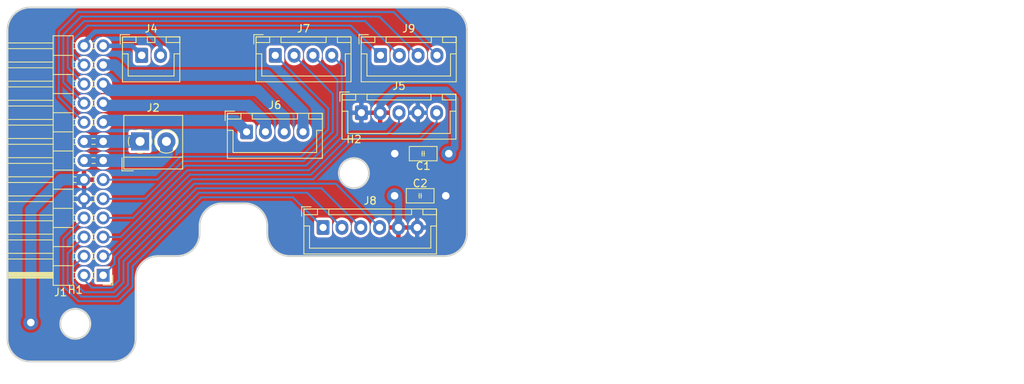
<source format=kicad_pcb>
(kicad_pcb (version 20221018) (generator pcbnew)
  (layers (0 "F.Cu" signal) (31 "B.Cu" signal) (34 "B.Paste" user) (35 "F.Paste" user) (36 "B.SilkS" user "B.Silkscreen") (37 "F.SilkS" user "F.Silkscreen") (38 "B.Mask" user) (39 "F.Mask" user) (44 "Edge.Cuts" user))
  (net 0 "")
  (net 1 "GND")
  (net 2 "+5V")
  (net 3 "/Heater")
  (net 4 "/1B")
  (net 5 "/2B")
  (net 6 "/1A")
  (net 7 "/2A")
  (net 8 "/VF1")
  (net 9 "/VF2")
  (net 10 "/SF1")
  (net 11 "/SF2")
  (net 12 "/PWM1")
  (net 13 "/PWM2")
  (net 14 "/OUT")
  (net 15 "/IN")
  (net 16 "/SDO")
  (net 17 "/CS")
  (net 18 "/SDA")
  (net 19 "/SCL")
  (net 20 "/VBB")
  (net 21 "/GF2")
  (net 22 "/GF1")
  (net 23 "/TherGND")
  (net 24 "/Ther")
  (footprint "Connector_JST:JST_XH_B4B-XH-A_1x04_P2.50mm_Vertical" (layer "F.Cu") (at 63.749999 54.509999)
    (fp_text reference "J6" (at 3.75 -3.55) (layer "F.SilkS"))
    (fp_text value "Stepper")
    (fp_line (start -2.85 -2.75) (end -2.85 -1.5) (stroke (width 0.12)) (layer "F.SilkS"))
    (fp_line (start -2.56 -2.46) (end -2.56 3.51) (stroke (width 0.12)) (layer "F.SilkS"))
    (fp_line (start -2.56 3.51) (end 10.06 3.51) (stroke (width 0.12)) (layer "F.SilkS"))
    (fp_line (start -2.55 -2.45) (end -2.55 -1.7) (stroke (width 0.12)) (layer "F.SilkS"))
    (fp_line (start -2.55 -1.7) (end -0.75 -1.7) (stroke (width 0.12)) (layer "F.SilkS"))
    (fp_line (start -2.55 -0.2) (end -1.8 -0.2) (stroke (width 0.12)) (layer "F.SilkS"))
    (fp_line (start -1.8 -0.2) (end -1.8 2.75) (stroke (width 0.12)) (layer "F.SilkS"))
    (fp_line (start -1.8 2.75) (end 3.75 2.75) (stroke (width 0.12)) (layer "F.SilkS"))
    (fp_line (start -1.6 -2.75) (end -2.85 -2.75) (stroke (width 0.12)) (layer "F.SilkS"))
    (fp_line (start -0.75 -2.45) (end -2.55 -2.45) (stroke (width 0.12)) (layer "F.SilkS"))
    (fp_line (start -0.75 -1.7) (end -0.75 -2.45) (stroke (width 0.12)) (layer "F.SilkS"))
    (fp_line (start 0.75 -2.45) (end 0.75 -1.7) (stroke (width 0.12)) (layer "F.SilkS"))
    (fp_line (start 0.75 -1.7) (end 6.75 -1.7) (stroke (width 0.12)) (layer "F.SilkS"))
    (fp_line (start 6.75 -2.45) (end 0.75 -2.45) (stroke (width 0.12)) (layer "F.SilkS"))
    (fp_line (start 6.75 -1.7) (end 6.75 -2.45) (stroke (width 0.12)) (layer "F.SilkS"))
    (fp_line (start 8.25 -2.45) (end 8.25 -1.7) (stroke (width 0.12)) (layer "F.SilkS"))
    (fp_line (start 8.25 -1.7) (end 10.05 -1.7) (stroke (width 0.12)) (layer "F.SilkS"))
    (fp_line (start 9.3 -0.2) (end 9.3 2.75) (stroke (width 0.12)) (layer "F.SilkS"))
    (fp_line (start 9.3 2.75) (end 3.75 2.75) (stroke (width 0.12)) (layer "F.SilkS"))
    (fp_line (start 10.05 -2.45) (end 8.25 -2.45) (stroke (width 0.12)) (layer "F.SilkS"))
    (fp_line (start 10.05 -1.7) (end 10.05 -2.45) (stroke (width 0.12)) (layer "F.SilkS"))
    (fp_line (start 10.05 -0.2) (end 9.3 -0.2) (stroke (width 0.12)) (layer "F.SilkS"))
    (fp_line (start 10.06 -2.46) (end -2.56 -2.46) (stroke (width 0.12)) (layer "F.SilkS"))
    (fp_line (start 10.06 3.51) (end 10.06 -2.46) (stroke (width 0.12)) (layer "F.SilkS"))
    (pad "1" thru_hole roundrect (at 0 0) (size 1.7 1.95) (drill 0.95) (layers "*.Cu" "*.Mask") (roundrect_rratio 0.1470588235) (net 6 "/1A"))
    (pad "2" thru_hole oval (at 2.5 0) (size 1.7 1.95) (drill 0.95) (layers "*.Cu" "*.Mask") (net 4 "/1B"))
    (pad "3" thru_hole oval (at 5 0) (size 1.7 1.95) (drill 0.95) (layers "*.Cu" "*.Mask") (net 7 "/2A"))
    (pad "4" thru_hole oval (at 7.5 0) (size 1.7 1.95) (drill 0.95) (layers "*.Cu" "*.Mask") (net 5 "/2B"))
  )
  (footprint "PCM_Capacitor_SMD_AKL:C_0805_2012Metric_Pad1.15x1.40mm_HandSolder" (layer "F.Cu") (at 87.199999 57.4 180)
    (fp_text reference "C1" (at 0 -1.65) (layer "F.SilkS"))
    (fp_text value "C")
    (fp_line (start -1.8415 -0.9525) (end -1.8415 -0.889) (stroke (width 0.12)) (layer "F.SilkS"))
    (fp_line (start -1.8415 -0.889) (end -1.8415 0.9525) (stroke (width 0.12)) (layer "F.SilkS"))
    (fp_line (start -1.8415 0.9525) (end 1.8415 0.9525) (stroke (width 0.12)) (layer "F.SilkS"))
    (fp_line (start -0.127 -0.3175) (end -0.127 0.3175) (stroke (width 0.12)) (layer "F.SilkS"))
    (fp_line (start -0.127 0) (end -0.1905 0) (stroke (width 0.12)) (layer "F.SilkS"))
    (fp_line (start 0.127 0) (end 0.1905 0) (stroke (width 0.12)) (layer "F.SilkS"))
    (fp_line (start 0.127 0.3175) (end 0.127 -0.3175) (stroke (width 0.12)) (layer "F.SilkS"))
    (fp_line (start 1.8415 -0.9525) (end -1.8415 -0.9525) (stroke (width 0.12)) (layer "F.SilkS"))
    (fp_line (start 1.8415 0.9525) (end 1.8415 -0.9525) (stroke (width 0.12)) (layer "F.SilkS"))
    (pad "1" smd roundrect (at -1.025 0 180) (size 1.15 1.4) (layers "F.Cu" "F.Paste" "F.Mask") (roundrect_rratio 0.2173913043) (net 2 "+5V"))
    (pad "2" smd roundrect (at 1.025 0 180) (size 1.15 1.4) (layers "F.Cu" "F.Paste" "F.Mask") (roundrect_rratio 0.2173913043) (net 1 "GND"))
  )
  (footprint "Connector_JST:JST_XH_B6B-XH-A_1x06_P2.50mm_Vertical" (layer "F.Cu") (at 73.909999 67.209999)
    (fp_text reference "J8" (at 6.25 -3.55) (layer "F.SilkS"))
    (fp_text value "ADXL345")
    (fp_line (start -2.85 -2.75) (end -2.85 -1.5) (stroke (width 0.12)) (layer "F.SilkS"))
    (fp_line (start -2.56 -2.46) (end -2.56 3.51) (stroke (width 0.12)) (layer "F.SilkS"))
    (fp_line (start -2.56 3.51) (end 15.06 3.51) (stroke (width 0.12)) (layer "F.SilkS"))
    (fp_line (start -2.55 -2.45) (end -2.55 -1.7) (stroke (width 0.12)) (layer "F.SilkS"))
    (fp_line (start -2.55 -1.7) (end -0.75 -1.7) (stroke (width 0.12)) (layer "F.SilkS"))
    (fp_line (start -2.55 -0.2) (end -1.8 -0.2) (stroke (width 0.12)) (layer "F.SilkS"))
    (fp_line (start -1.8 -0.2) (end -1.8 2.75) (stroke (width 0.12)) (layer "F.SilkS"))
    (fp_line (start -1.8 2.75) (end 6.25 2.75) (stroke (width 0.12)) (layer "F.SilkS"))
    (fp_line (start -1.6 -2.75) (end -2.85 -2.75) (stroke (width 0.12)) (layer "F.SilkS"))
    (fp_line (start -0.75 -2.45) (end -2.55 -2.45) (stroke (width 0.12)) (layer "F.SilkS"))
    (fp_line (start -0.75 -1.7) (end -0.75 -2.45) (stroke (width 0.12)) (layer "F.SilkS"))
    (fp_line (start 0.75 -2.45) (end 0.75 -1.7) (stroke (width 0.12)) (layer "F.SilkS"))
    (fp_line (start 0.75 -1.7) (end 11.75 -1.7) (stroke (width 0.12)) (layer "F.SilkS"))
    (fp_line (start 11.75 -2.45) (end 0.75 -2.45) (stroke (width 0.12)) (layer "F.SilkS"))
    (fp_line (start 11.75 -1.7) (end 11.75 -2.45) (stroke (width 0.12)) (layer "F.SilkS"))
    (fp_line (start 13.25 -2.45) (end 13.25 -1.7) (stroke (width 0.12)) (layer "F.SilkS"))
    (fp_line (start 13.25 -1.7) (end 15.05 -1.7) (stroke (width 0.12)) (layer "F.SilkS"))
    (fp_line (start 14.3 -0.2) (end 14.3 2.75) (stroke (width 0.12)) (layer "F.SilkS"))
    (fp_line (start 14.3 2.75) (end 6.25 2.75) (stroke (width 0.12)) (layer "F.SilkS"))
    (fp_line (start 15.05 -2.45) (end 13.25 -2.45) (stroke (width 0.12)) (layer "F.SilkS"))
    (fp_line (start 15.05 -1.7) (end 15.05 -2.45) (stroke (width 0.12)) (layer "F.SilkS"))
    (fp_line (start 15.05 -0.2) (end 14.3 -0.2) (stroke (width 0.12)) (layer "F.SilkS"))
    (fp_line (start 15.06 -2.46) (end -2.56 -2.46) (stroke (width 0.12)) (layer "F.SilkS"))
    (fp_line (start 15.06 3.51) (end 15.06 -2.46) (stroke (width 0.12)) (layer "F.SilkS"))
    (pad "1" thru_hole roundrect (at 0 0) (size 1.7 1.95) (drill 0.95) (layers "*.Cu" "*.Mask") (roundrect_rratio 0.1470588235) (net 19 "/SCL"))
    (pad "2" thru_hole oval (at 2.5 0) (size 1.7 1.95) (drill 0.95) (layers "*.Cu" "*.Mask") (net 18 "/SDA"))
    (pad "3" thru_hole oval (at 5 0) (size 1.7 1.95) (drill 0.95) (layers "*.Cu" "*.Mask") (net 16 "/SDO"))
    (pad "4" thru_hole oval (at 7.5 0) (size 1.7 1.95) (drill 0.95) (layers "*.Cu" "*.Mask") (net 17 "/CS"))
    (pad "5" thru_hole oval (at 10 0) (size 1.7 1.95) (drill 0.95) (layers "*.Cu" "*.Mask") (net 2 "+5V"))
    (pad "6" thru_hole oval (at 12.5 0) (size 1.7 1.95) (drill 0.95) (layers "*.Cu" "*.Mask") (net 1 "GND"))
  )
  (footprint "Connector_JST:JST_XH_B4B-XH-A_1x04_P2.50mm_Vertical" (layer "F.Cu") (at 81.529999 44.35)
    (fp_text reference "J9" (at 3.75 -3.55) (layer "F.SilkS"))
    (fp_text value "Fan_2")
    (fp_line (start -2.85 -2.75) (end -2.85 -1.5) (stroke (width 0.12)) (layer "F.SilkS"))
    (fp_line (start -2.56 -2.46) (end -2.56 3.51) (stroke (width 0.12)) (layer "F.SilkS"))
    (fp_line (start -2.56 3.51) (end 10.06 3.51) (stroke (width 0.12)) (layer "F.SilkS"))
    (fp_line (start -2.55 -2.45) (end -2.55 -1.7) (stroke (width 0.12)) (layer "F.SilkS"))
    (fp_line (start -2.55 -1.7) (end -0.75 -1.7) (stroke (width 0.12)) (layer "F.SilkS"))
    (fp_line (start -2.55 -0.2) (end -1.8 -0.2) (stroke (width 0.12)) (layer "F.SilkS"))
    (fp_line (start -1.8 -0.2) (end -1.8 2.75) (stroke (width 0.12)) (layer "F.SilkS"))
    (fp_line (start -1.8 2.75) (end 3.75 2.75) (stroke (width 0.12)) (layer "F.SilkS"))
    (fp_line (start -1.6 -2.75) (end -2.85 -2.75) (stroke (width 0.12)) (layer "F.SilkS"))
    (fp_line (start -0.75 -2.45) (end -2.55 -2.45) (stroke (width 0.12)) (layer "F.SilkS"))
    (fp_line (start -0.75 -1.7) (end -0.75 -2.45) (stroke (width 0.12)) (layer "F.SilkS"))
    (fp_line (start 0.75 -2.45) (end 0.75 -1.7) (stroke (width 0.12)) (layer "F.SilkS"))
    (fp_line (start 0.75 -1.7) (end 6.75 -1.7) (stroke (width 0.12)) (layer "F.SilkS"))
    (fp_line (start 6.75 -2.45) (end 0.75 -2.45) (stroke (width 0.12)) (layer "F.SilkS"))
    (fp_line (start 6.75 -1.7) (end 6.75 -2.45) (stroke (width 0.12)) (layer "F.SilkS"))
    (fp_line (start 8.25 -2.45) (end 8.25 -1.7) (stroke (width 0.12)) (layer "F.SilkS"))
    (fp_line (start 8.25 -1.7) (end 10.05 -1.7) (stroke (width 0.12)) (layer "F.SilkS"))
    (fp_line (start 9.3 -0.2) (end 9.3 2.75) (stroke (width 0.12)) (layer "F.SilkS"))
    (fp_line (start 9.3 2.75) (end 3.75 2.75) (stroke (width 0.12)) (layer "F.SilkS"))
    (fp_line (start 10.05 -2.45) (end 8.25 -2.45) (stroke (width 0.12)) (layer "F.SilkS"))
    (fp_line (start 10.05 -1.7) (end 10.05 -2.45) (stroke (width 0.12)) (layer "F.SilkS"))
    (fp_line (start 10.05 -0.2) (end 9.3 -0.2) (stroke (width 0.12)) (layer "F.SilkS"))
    (fp_line (start 10.06 -2.46) (end -2.56 -2.46) (stroke (width 0.12)) (layer "F.SilkS"))
    (fp_line (start 10.06 3.51) (end 10.06 -2.46) (stroke (width 0.12)) (layer "F.SilkS"))
    (pad "1" thru_hole roundrect (at 0 0) (size 1.7 1.95) (drill 0.95) (layers "*.Cu" "*.Mask") (roundrect_rratio 0.1470588235) (net 13 "/PWM2"))
    (pad "2" thru_hole oval (at 2.5 0) (size 1.7 1.95) (drill 0.95) (layers "*.Cu" "*.Mask") (net 11 "/SF2"))
    (pad "3" thru_hole oval (at 5 0) (size 1.7 1.95) (drill 0.95) (layers "*.Cu" "*.Mask") (net 9 "/VF2"))
    (pad "4" thru_hole oval (at 7.5 0) (size 1.7 1.95) (drill 0.95) (layers "*.Cu" "*.Mask") (net 21 "/GF2"))
  )
  (footprint "Connector_PinHeader_2.54mm:PinHeader_2x13_P2.54mm_Horizontal" (layer "F.Cu") (at 44.699999 73.559999 180)
    (fp_text reference "J1" (at 5.655 -2.27 180) (layer "F.SilkS"))
    (fp_text value "Main_Header")
    (fp_line (start -1.27 -1.27) (end 0 -1.27) (stroke (width 0.12)) (layer "F.SilkS"))
    (fp_line (start -1.27 0) (end -1.27 -1.27) (stroke (width 0.12)) (layer "F.SilkS"))
    (fp_line (start 1.042929 2.16) (end 1.497071 2.16) (stroke (width 0.12)) (layer "F.SilkS"))
    (fp_line (start 1.042929 2.92) (end 1.497071 2.92) (stroke (width 0.12)) (layer "F.SilkS"))
    (fp_line (start 1.042929 4.7) (end 1.497071 4.7) (stroke (width 0.12)) (layer "F.SilkS"))
    (fp_line (start 1.042929 5.46) (end 1.497071 5.46) (stroke (width 0.12)) (layer "F.SilkS"))
    (fp_line (start 1.042929 7.24) (end 1.497071 7.24) (stroke (width 0.12)) (layer "F.SilkS"))
    (fp_line (start 1.042929 8) (end 1.497071 8) (stroke (width 0.12)) (layer "F.SilkS"))
    (fp_line (start 1.042929 9.78) (end 1.497071 9.78) (stroke (width 0.12)) (layer "F.SilkS"))
    (fp_line (start 1.042929 10.54) (end 1.497071 10.54) (stroke (width 0.12)) (layer "F.SilkS"))
    (fp_line (start 1.042929 12.32) (end 1.497071 12.32) (stroke (width 0.12)) (layer "F.SilkS"))
    (fp_line (start 1.042929 13.08) (end 1.497071 13.08) (stroke (width 0.12)) (layer "F.SilkS"))
    (fp_line (start 1.042929 14.86) (end 1.497071 14.86) (stroke (width 0.12)) (layer "F.SilkS"))
    (fp_line (start 1.042929 15.62) (end 1.497071 15.62) (stroke (width 0.12)) (layer "F.SilkS"))
    (fp_line (start 1.042929 17.4) (end 1.497071 17.4) (stroke (width 0.12)) (layer "F.SilkS"))
    (fp_line (start 1.042929 18.16) (end 1.497071 18.16) (stroke (width 0.12)) (layer "F.SilkS"))
    (fp_line (start 1.042929 19.94) (end 1.497071 19.94) (stroke (width 0.12)) (layer "F.SilkS"))
    (fp_line (start 1.042929 20.7) (end 1.497071 20.7) (stroke (width 0.12)) (layer "F.SilkS"))
    (fp_line (start 1.042929 22.48) (end 1.497071 22.48) (stroke (width 0.12)) (layer "F.SilkS"))
    (fp_line (start 1.042929 23.24) (end 1.497071 23.24) (stroke (width 0.12)) (layer "F.SilkS"))
    (fp_line (start 1.042929 25.02) (end 1.497071 25.02) (stroke (width 0.12)) (layer "F.SilkS"))
    (fp_line (start 1.042929 25.78) (end 1.497071 25.78) (stroke (width 0.12)) (layer "F.SilkS"))
    (fp_line (start 1.042929 27.56) (end 1.497071 27.56) (stroke (width 0.12)) (layer "F.SilkS"))
    (fp_line (start 1.042929 28.32) (end 1.497071 28.32) (stroke (width 0.12)) (layer "F.SilkS"))
    (fp_line (start 1.042929 30.1) (end 1.497071 30.1) (stroke (width 0.12)) (layer "F.SilkS"))
    (fp_line (start 1.042929 30.86) (end 1.497071 30.86) (stroke (width 0.12)) (layer "F.SilkS"))
    (fp_line (start 1.11 -0.38) (end 1.497071 -0.38) (stroke (width 0.12)) (layer "F.SilkS"))
    (fp_line (start 1.11 0.38) (end 1.497071 0.38) (stroke (width 0.12)) (layer "F.SilkS"))
    (fp_line (start 3.582929 -0.38) (end 3.98 -0.38) (stroke (width 0.12)) (layer "F.SilkS"))
    (fp_line (start 3.582929 0.38) (end 3.98 0.38) (stroke (width 0.12)) (layer "F.SilkS"))
    (fp_line (start 3.582929 2.16) (end 3.98 2.16) (stroke (width 0.12)) (layer "F.SilkS"))
    (fp_line (start 3.582929 2.92) (end 3.98 2.92) (stroke (width 0.12)) (layer "F.SilkS"))
    (fp_line (start 3.582929 4.7) (end 3.98 4.7) (stroke (width 0.12)) (layer "F.SilkS"))
    (fp_line (start 3.582929 5.46) (end 3.98 5.46) (stroke (width 0.12)) (layer "F.SilkS"))
    (fp_line (start 3.582929 7.24) (end 3.98 7.24) (stroke (width 0.12)) (layer "F.SilkS"))
    (fp_line (start 3.582929 8) (end 3.98 8) (stroke (width 0.12)) (layer "F.SilkS"))
    (fp_line (start 3.582929 9.78) (end 3.98 9.78) (stroke (width 0.12)) (layer "F.SilkS"))
    (fp_line (start 3.582929 10.54) (end 3.98 10.54) (stroke (width 0.12)) (layer "F.SilkS"))
    (fp_line (start 3.582929 12.32) (end 3.98 12.32) (stroke (width 0.12)) (layer "F.SilkS"))
    (fp_line (start 3.582929 13.08) (end 3.98 13.08) (stroke (width 0.12)) (layer "F.SilkS"))
    (fp_line (start 3.582929 14.86) (end 3.98 14.86) (stroke (width 0.12)) (layer "F.SilkS"))
    (fp_line (start 3.582929 15.62) (end 3.98 15.62) (stroke (width 0.12)) (layer "F.SilkS"))
    (fp_line (start 3.582929 17.4) (end 3.98 17.4) (stroke (width 0.12)) (layer "F.SilkS"))
    (fp_line (start 3.582929 18.16) (end 3.98 18.16) (stroke (width 0.12)) (layer "F.SilkS"))
    (fp_line (start 3.582929 19.94) (end 3.98 19.94) (stroke (width 0.12)) (layer "F.SilkS"))
    (fp_line (start 3.582929 20.7) (end 3.98 20.7) (stroke (width 0.12)) (layer "F.SilkS"))
    (fp_line (start 3.582929 22.48) (end 3.98 22.48) (stroke (width 0.12)) (layer "F.SilkS"))
    (fp_line (start 3.582929 23.24) (end 3.98 23.24) (stroke (width 0.12)) (layer "F.SilkS"))
    (fp_line (start 3.582929 25.02) (end 3.98 25.02) (stroke (width 0.12)) (layer "F.SilkS"))
    (fp_line (start 3.582929 25.78) (end 3.98 25.78) (stroke (width 0.12)) (layer "F.SilkS"))
    (fp_line (start 3.582929 27.56) (end 3.98 27.56) (stroke (width 0.12)) (layer "F.SilkS"))
    (fp_line (start 3.582929 28.32) (end 3.98 28.32) (stroke (width 0.12)) (layer "F.SilkS"))
    (fp_line (start 3.582929 30.1) (end 3.98 30.1) (stroke (width 0.12)) (layer "F.SilkS"))
    (fp_line (start 3.582929 30.86) (end 3.98 30.86) (stroke (width 0.12)) (layer "F.SilkS"))
    (fp_line (start 3.98 -1.33) (end 3.98 31.81) (stroke (width 0.12)) (layer "F.SilkS"))
    (fp_line (start 3.98 1.27) (end 6.64 1.27) (stroke (width 0.12)) (layer "F.SilkS"))
    (fp_line (start 3.98 3.81) (end 6.64 3.81) (stroke (width 0.12)) (layer "F.SilkS"))
    (fp_line (start 3.98 6.35) (end 6.64 6.35) (stroke (width 0.12)) (layer "F.SilkS"))
    (fp_line (start 3.98 8.89) (end 6.64 8.89) (stroke (width 0.12)) (layer "F.SilkS"))
    (fp_line (start 3.98 11.43) (end 6.64 11.43) (stroke (width 0.12)) (layer "F.SilkS"))
    (fp_line (start 3.98 13.97) (end 6.64 13.97) (stroke (width 0.12)) (layer "F.SilkS"))
    (fp_line (start 3.98 16.51) (end 6.64 16.51) (stroke (width 0.12)) (layer "F.SilkS"))
    (fp_line (start 3.98 19.05) (end 6.64 19.05) (stroke (width 0.12)) (layer "F.SilkS"))
    (fp_line (start 3.98 21.59) (end 6.64 21.59) (stroke (width 0.12)) (layer "F.SilkS"))
    (fp_line (start 3.98 24.13) (end 6.64 24.13) (stroke (width 0.12)) (layer "F.SilkS"))
    (fp_line (start 3.98 26.67) (end 6.64 26.67) (stroke (width 0.12)) (layer "F.SilkS"))
    (fp_line (start 3.98 29.21) (end 6.64 29.21) (stroke (width 0.12)) (layer "F.SilkS"))
    (fp_line (start 3.98 31.81) (end 6.64 31.81) (stroke (width 0.12)) (layer "F.SilkS"))
    (fp_line (start 6.64 -1.33) (end 3.98 -1.33) (stroke (width 0.12)) (layer "F.SilkS"))
    (fp_line (start 6.64 -0.38) (end 12.64 -0.38) (stroke (width 0.12)) (layer "F.SilkS"))
    (fp_line (start 6.64 -0.32) (end 12.64 -0.32) (stroke (width 0.12)) (layer "F.SilkS"))
    (fp_line (start 6.64 -0.2) (end 12.64 -0.2) (stroke (width 0.12)) (layer "F.SilkS"))
    (fp_line (start 6.64 -0.08) (end 12.64 -0.08) (stroke (width 0.12)) (layer "F.SilkS"))
    (fp_line (start 6.64 0.04) (end 12.64 0.04) (stroke (width 0.12)) (layer "F.SilkS"))
    (fp_line (start 6.64 0.16) (end 12.64 0.16) (stroke (width 0.12)) (layer "F.SilkS"))
    (fp_line (start 6.64 0.28) (end 12.64 0.28) (stroke (width 0.12)) (layer "F.SilkS"))
    (fp_line (start 6.64 2.16) (end 12.64 2.16) (stroke (width 0.12)) (layer "F.SilkS"))
    (fp_line (start 6.64 4.7) (end 12.64 4.7) (stroke (width 0.12)) (layer "F.SilkS"))
    (fp_line (start 6.64 7.24) (end 12.64 7.24) (stroke (width 0.12)) (layer "F.SilkS"))
    (fp_line (start 6.64 9.78) (end 12.64 9.78) (stroke (width 0.12)) (layer "F.SilkS"))
    (fp_line (start 6.64 12.32) (end 12.64 12.32) (stroke (width 0.12)) (layer "F.SilkS"))
    (fp_line (start 6.64 14.86) (end 12.64 14.86) (stroke (width 0.12)) (layer "F.SilkS"))
    (fp_line (start 6.64 17.4) (end 12.64 17.4) (stroke (width 0.12)) (layer "F.SilkS"))
    (fp_line (start 6.64 19.94) (end 12.64 19.94) (stroke (width 0.12)) (layer "F.SilkS"))
    (fp_line (start 6.64 22.48) (end 12.64 22.48) (stroke (width 0.12)) (layer "F.SilkS"))
    (fp_line (start 6.64 25.02) (end 12.64 25.02) (stroke (width 0.12)) (layer "F.SilkS"))
    (fp_line (start 6.64 27.56) (end 12.64 27.56) (stroke (width 0.12)) (layer "F.SilkS"))
    (fp_line (start 6.64 30.1) (end 12.64 30.1) (stroke (width 0.12)) (layer "F.SilkS"))
    (fp_line (start 6.64 31.81) (end 6.64 -1.33) (stroke (width 0.12)) (layer "F.SilkS"))
    (fp_line (start 12.64 -0.38) (end 12.64 0.38) (stroke (width 0.12)) (layer "F.SilkS"))
    (fp_line (start 12.64 0.38) (end 6.64 0.38) (stroke (width 0.12)) (layer "F.SilkS"))
    (fp_line (start 12.64 2.16) (end 12.64 2.92) (stroke (width 0.12)) (layer "F.SilkS"))
    (fp_line (start 12.64 2.92) (end 6.64 2.92) (stroke (width 0.12)) (layer "F.SilkS"))
    (fp_line (start 12.64 4.7) (end 12.64 5.46) (stroke (width 0.12)) (layer "F.SilkS"))
    (fp_line (start 12.64 5.46) (end 6.64 5.46) (stroke (width 0.12)) (layer "F.SilkS"))
    (fp_line (start 12.64 7.24) (end 12.64 8) (stroke (width 0.12)) (layer "F.SilkS"))
    (fp_line (start 12.64 8) (end 6.64 8) (stroke (width 0.12)) (layer "F.SilkS"))
    (fp_line (start 12.64 9.78) (end 12.64 10.54) (stroke (width 0.12)) (layer "F.SilkS"))
    (fp_line (start 12.64 10.54) (end 6.64 10.54) (stroke (width 0.12)) (layer "F.SilkS"))
    (fp_line (start 12.64 12.32) (end 12.64 13.08) (stroke (width 0.12)) (layer "F.SilkS"))
    (fp_line (start 12.64 13.08) (end 6.64 13.08) (stroke (width 0.12)) (layer "F.SilkS"))
    (fp_line (start 12.64 14.86) (end 12.64 15.62) (stroke (width 0.12)) (layer "F.SilkS"))
    (fp_line (start 12.64 15.62) (end 6.64 15.62) (stroke (width 0.12)) (layer "F.SilkS"))
    (fp_line (start 12.64 17.4) (end 12.64 18.16) (stroke (width 0.12)) (layer "F.SilkS"))
    (fp_line (start 12.64 18.16) (end 6.64 18.16) (stroke (width 0.12)) (layer "F.SilkS"))
    (fp_line (start 12.64 19.94) (end 12.64 20.7) (stroke (width 0.12)) (layer "F.SilkS"))
    (fp_line (start 12.64 20.7) (end 6.64 20.7) (stroke (width 0.12)) (layer "F.SilkS"))
    (fp_line (start 12.64 22.48) (end 12.64 23.24) (stroke (width 0.12)) (layer "F.SilkS"))
    (fp_line (start 12.64 23.24) (end 6.64 23.24) (stroke (width 0.12)) (layer "F.SilkS"))
    (fp_line (start 12.64 25.02) (end 12.64 25.78) (stroke (width 0.12)) (layer "F.SilkS"))
    (fp_line (start 12.64 25.78) (end 6.64 25.78) (stroke (width 0.12)) (layer "F.SilkS"))
    (fp_line (start 12.64 27.56) (end 12.64 28.32) (stroke (width 0.12)) (layer "F.SilkS"))
    (fp_line (start 12.64 28.32) (end 6.64 28.32) (stroke (width 0.12)) (layer "F.SilkS"))
    (fp_line (start 12.64 30.1) (end 12.64 30.86) (stroke (width 0.12)) (layer "F.SilkS"))
    (fp_line (start 12.64 30.86) (end 6.64 30.86) (stroke (width 0.12)) (layer "F.SilkS"))
    (pad "1" thru_hole rect (at 0 0 180) (size 1.7 1.7) (drill 1) (layers "*.Cu" "*.Mask") (net 14 "/OUT"))
    (pad "2" thru_hole oval (at 2.54 0 180) (size 1.7 1.7) (drill 1) (layers "*.Cu" "*.Mask") (net 17 "/CS"))
    (pad "3" thru_hole oval (at 0 2.54 180) (size 1.7 1.7) (drill 1) (layers "*.Cu" "*.Mask") (net 15 "/IN"))
    (pad "4" thru_hole oval (at 2.54 2.54 180) (size 1.7 1.7) (drill 1) (layers "*.Cu" "*.Mask") (net 16 "/SDO"))
    (pad "5" thru_hole oval (at 0 5.08 180) (size 1.7 1.7) (drill 1) (layers "*.Cu" "*.Mask") (net 22 "/GF1"))
    (pad "6" thru_hole oval (at 2.54 5.08 180) (size 1.7 1.7) (drill 1) (layers "*.Cu" "*.Mask") (net 18 "/SDA"))
    (pad "7" thru_hole oval (at 0 7.62 180) (size 1.7 1.7) (drill 1) (layers "*.Cu" "*.Mask") (net 8 "/VF1"))
    (pad "8" thru_hole oval (at 2.54 7.62 180) (size 1.7 1.7) (drill 1) (layers "*.Cu" "*.Mask") (net 19 "/SCL"))
    (pad "9" thru_hole oval (at 0 10.16 180) (size 1.7 1.7) (drill 1) (layers "*.Cu" "*.Mask") (net 10 "/SF1"))
    (pad "10" thru_hole oval (at 2.54 10.16 180) (size 1.7 1.7) (drill 1) (layers "*.Cu" "*.Mask") (net 1 "GND"))
    (pad "11" thru_hole oval (at 0 12.7 180) (size 1.7 1.7) (drill 1) (layers "*.Cu" "*.Mask") (net 12 "/PWM1"))
    (pad "12" thru_hole oval (at 2.54 12.7 180) (size 1.7 1.7) (drill 1) (layers "*.Cu" "*.Mask") (net 2 "+5V"))
    (pad "13" thru_hole oval (at 0 15.24 180) (size 1.7 1.7) (drill 1) (layers "*.Cu" "*.Mask") (net 3 "/Heater"))
    (pad "14" thru_hole oval (at 2.54 15.24 180) (size 1.7 1.7) (drill 1) (layers "*.Cu" "*.Mask") (net 3 "/Heater"))
    (pad "15" thru_hole oval (at 0 17.78 180) (size 1.7 1.7) (drill 1) (layers "*.Cu" "*.Mask") (net 20 "/VBB"))
    (pad "16" thru_hole oval (at 2.54 17.78 180) (size 1.7 1.7) (drill 1) (layers "*.Cu" "*.Mask") (net 20 "/VBB"))
    (pad "17" thru_hole oval (at 0 20.32 180) (size 1.7 1.7) (drill 1) (layers "*.Cu" "*.Mask") (net 6 "/1A"))
    (pad "18" thru_hole oval (at 2.54 20.32 180) (size 1.7 1.7) (drill 1) (layers "*.Cu" "*.Mask") (net 21 "/GF2"))
    (pad "19" thru_hole oval (at 0 22.86 180) (size 1.7 1.7) (drill 1) (layers "*.Cu" "*.Mask") (net 4 "/1B"))
    (pad "20" thru_hole oval (at 2.54 22.86 180) (size 1.7 1.7) (drill 1) (layers "*.Cu" "*.Mask") (net 9 "/VF2"))
    (pad "21" thru_hole oval (at 0 25.4 180) (size 1.7 1.7) (drill 1) (layers "*.Cu" "*.Mask") (net 7 "/2A"))
    (pad "22" thru_hole oval (at 2.54 25.4 180) (size 1.7 1.7) (drill 1) (layers "*.Cu" "*.Mask") (net 11 "/SF2"))
    (pad "23" thru_hole oval (at 0 27.94 180) (size 1.7 1.7) (drill 1) (layers "*.Cu" "*.Mask") (net 5 "/2B"))
    (pad "24" thru_hole oval (at 2.54 27.94 180) (size 1.7 1.7) (drill 1) (layers "*.Cu" "*.Mask") (net 13 "/PWM2"))
    (pad "25" thru_hole oval (at 0 30.48 180) (size 1.7 1.7) (drill 1) (layers "*.Cu" "*.Mask") (net 23 "/TherGND"))
    (pad "26" thru_hole oval (at 2.54 30.48 180) (size 1.7 1.7) (drill 1) (layers "*.Cu" "*.Mask") (net 24 "/Ther"))
  )
  (footprint "Connector_JST:JST_XH_B2B-XH-A_1x02_P2.50mm_Vertical" (layer "F.Cu") (at 49.819999 44.349999)
    (fp_text reference "J4" (at 1.25 -3.55) (layer "F.SilkS"))
    (fp_text value "PT1000")
    (fp_line (start -2.85 -2.75) (end -2.85 -1.5) (stroke (width 0.12)) (layer "F.SilkS"))
    (fp_line (start -2.56 -2.46) (end -2.56 3.51) (stroke (width 0.12)) (layer "F.SilkS"))
    (fp_line (start -2.56 3.51) (end 5.06 3.51) (stroke (width 0.12)) (layer "F.SilkS"))
    (fp_line (start -2.55 -2.45) (end -2.55 -1.7) (stroke (width 0.12)) (layer "F.SilkS"))
    (fp_line (start -2.55 -1.7) (end -0.75 -1.7) (stroke (width 0.12)) (layer "F.SilkS"))
    (fp_line (start -2.55 -0.2) (end -1.8 -0.2) (stroke (width 0.12)) (layer "F.SilkS"))
    (fp_line (start -1.8 -0.2) (end -1.8 2.75) (stroke (width 0.12)) (layer "F.SilkS"))
    (fp_line (start -1.8 2.75) (end 1.25 2.75) (stroke (width 0.12)) (layer "F.SilkS"))
    (fp_line (start -1.6 -2.75) (end -2.85 -2.75) (stroke (width 0.12)) (layer "F.SilkS"))
    (fp_line (start -0.75 -2.45) (end -2.55 -2.45) (stroke (width 0.12)) (layer "F.SilkS"))
    (fp_line (start -0.75 -1.7) (end -0.75 -2.45) (stroke (width 0.12)) (layer "F.SilkS"))
    (fp_line (start 0.75 -2.45) (end 0.75 -1.7) (stroke (width 0.12)) (layer "F.SilkS"))
    (fp_line (start 0.75 -1.7) (end 1.75 -1.7) (stroke (width 0.12)) (layer "F.SilkS"))
    (fp_line (start 1.75 -2.45) (end 0.75 -2.45) (stroke (width 0.12)) (layer "F.SilkS"))
    (fp_line (start 1.75 -1.7) (end 1.75 -2.45) (stroke (width 0.12)) (layer "F.SilkS"))
    (fp_line (start 3.25 -2.45) (end 3.25 -1.7) (stroke (width 0.12)) (layer "F.SilkS"))
    (fp_line (start 3.25 -1.7) (end 5.05 -1.7) (stroke (width 0.12)) (layer "F.SilkS"))
    (fp_line (start 4.3 -0.2) (end 4.3 2.75) (stroke (width 0.12)) (layer "F.SilkS"))
    (fp_line (start 4.3 2.75) (end 1.25 2.75) (stroke (width 0.12)) (layer "F.SilkS"))
    (fp_line (start 5.05 -2.45) (end 3.25 -2.45) (stroke (width 0.12)) (layer "F.SilkS"))
    (fp_line (start 5.05 -1.7) (end 5.05 -2.45) (stroke (width 0.12)) (layer "F.SilkS"))
    (fp_line (start 5.05 -0.2) (end 4.3 -0.2) (stroke (width 0.12)) (layer "F.SilkS"))
    (fp_line (start 5.06 -2.46) (end -2.56 -2.46) (stroke (width 0.12)) (layer "F.SilkS"))
    (fp_line (start 5.06 3.51) (end 5.06 -2.46) (stroke (width 0.12)) (layer "F.SilkS"))
    (pad "1" thru_hole roundrect (at 0 0) (size 1.7 2) (drill 1) (layers "*.Cu" "*.Mask") (roundrect_rratio 0.1470588235) (net 23 "/TherGND"))
    (pad "2" thru_hole oval (at 2.5 0) (size 1.7 2) (drill 1) (layers "*.Cu" "*.Mask") (net 24 "/Ther"))
  )
  (footprint "MountingHole:MountingHole_3.5mm" (layer "F.Cu") (at 41 79.999999)
    (fp_text reference "H1" (at 0 -4.5) (layer "F.SilkS"))
    (fp_text value "MountingHole")
    (pad "" np_thru_hole circle (at 0 0) (size 3.5 3.5) (drill 3.5) (layers "*.Cu" "*.Mask"))
  )
  (footprint "MountingHole:MountingHole_3.5mm" (layer "F.Cu") (at 78 60)
    (fp_text reference "H2" (at 0 -4.5) (layer "F.SilkS"))
    (fp_text value "MountingHole")
    (pad "" np_thru_hole circle (at 0 0) (size 3.5 3.5) (drill 3.5) (layers "*.Cu" "*.Mask"))
  )
  (footprint "Connector_JST:JST_XH_B5B-XH-A_1x05_P2.50mm_Vertical" (layer "F.Cu") (at 78.989999 51.969999)
    (fp_text reference "J5" (at 5 -3.55) (layer "F.SilkS"))
    (fp_text value "BLTouch")
    (fp_line (start -2.85 -2.75) (end -2.85 -1.5) (stroke (width 0.12)) (layer "F.SilkS"))
    (fp_line (start -2.56 -2.46) (end -2.56 3.51) (stroke (width 0.12)) (layer "F.SilkS"))
    (fp_line (start -2.56 3.51) (end 12.56 3.51) (stroke (width 0.12)) (layer "F.SilkS"))
    (fp_line (start -2.55 -2.45) (end -2.55 -1.7) (stroke (width 0.12)) (layer "F.SilkS"))
    (fp_line (start -2.55 -1.7) (end -0.75 -1.7) (stroke (width 0.12)) (layer "F.SilkS"))
    (fp_line (start -2.55 -0.2) (end -1.8 -0.2) (stroke (width 0.12)) (layer "F.SilkS"))
    (fp_line (start -1.8 -0.2) (end -1.8 2.75) (stroke (width 0.12)) (layer "F.SilkS"))
    (fp_line (start -1.8 2.75) (end 5 2.75) (stroke (width 0.12)) (layer "F.SilkS"))
    (fp_line (start -1.6 -2.75) (end -2.85 -2.75) (stroke (width 0.12)) (layer "F.SilkS"))
    (fp_line (start -0.75 -2.45) (end -2.55 -2.45) (stroke (width 0.12)) (layer "F.SilkS"))
    (fp_line (start -0.75 -1.7) (end -0.75 -2.45) (stroke (width 0.12)) (layer "F.SilkS"))
    (fp_line (start 0.75 -2.45) (end 0.75 -1.7) (stroke (width 0.12)) (layer "F.SilkS"))
    (fp_line (start 0.75 -1.7) (end 9.25 -1.7) (stroke (width 0.12)) (layer "F.SilkS"))
    (fp_line (start 9.25 -2.45) (end 0.75 -2.45) (stroke (width 0.12)) (layer "F.SilkS"))
    (fp_line (start 9.25 -1.7) (end 9.25 -2.45) (stroke (width 0.12)) (layer "F.SilkS"))
    (fp_line (start 10.75 -2.45) (end 10.75 -1.7) (stroke (width 0.12)) (layer "F.SilkS"))
    (fp_line (start 10.75 -1.7) (end 12.55 -1.7) (stroke (width 0.12)) (layer "F.SilkS"))
    (fp_line (start 11.8 -0.2) (end 11.8 2.75) (stroke (width 0.12)) (layer "F.SilkS"))
    (fp_line (start 11.8 2.75) (end 5 2.75) (stroke (width 0.12)) (layer "F.SilkS"))
    (fp_line (start 12.55 -2.45) (end 10.75 -2.45) (stroke (width 0.12)) (layer "F.SilkS"))
    (fp_line (start 12.55 -1.7) (end 12.55 -2.45) (stroke (width 0.12)) (layer "F.SilkS"))
    (fp_line (start 12.55 -0.2) (end 11.8 -0.2) (stroke (width 0.12)) (layer "F.SilkS"))
    (fp_line (start 12.56 -2.46) (end -2.56 -2.46) (stroke (width 0.12)) (layer "F.SilkS"))
    (fp_line (start 12.56 3.51) (end 12.56 -2.46) (stroke (width 0.12)) (layer "F.SilkS"))
    (pad "1" thru_hole roundrect (at 0 0) (size 1.7 1.95) (drill 0.95) (layers "*.Cu" "*.Mask") (roundrect_rratio 0.1470588235) (net 1 "GND"))
    (pad "2" thru_hole oval (at 2.5 0) (size 1.7 1.95) (drill 0.95) (layers "*.Cu" "*.Mask") (net 2 "+5V"))
    (pad "3" thru_hole oval (at 5 0) (size 1.7 1.95) (drill 0.95) (layers "*.Cu" "*.Mask") (net 15 "/IN"))
    (pad "4" thru_hole oval (at 7.5 0) (size 1.7 1.95) (drill 0.95) (layers "*.Cu" "*.Mask") (net 1 "GND"))
    (pad "5" thru_hole oval (at 10 0) (size 1.7 1.95) (drill 0.95) (layers "*.Cu" "*.Mask") (net 14 "/OUT"))
  )
  (footprint "PCM_Capacitor_SMD_AKL:C_0805_2012Metric_Pad1.15x1.40mm_HandSolder" (layer "F.Cu") (at 86.799999 63)
    (fp_text reference "C2" (at 0 -1.65) (layer "F.SilkS"))
    (fp_text value "C")
    (fp_line (start -1.8415 -0.9525) (end -1.8415 -0.889) (stroke (width 0.12)) (layer "F.SilkS"))
    (fp_line (start -1.8415 -0.889) (end -1.8415 0.9525) (stroke (width 0.12)) (layer "F.SilkS"))
    (fp_line (start -1.8415 0.9525) (end 1.8415 0.9525) (stroke (width 0.12)) (layer "F.SilkS"))
    (fp_line (start -0.127 -0.3175) (end -0.127 0.3175) (stroke (width 0.12)) (layer "F.SilkS"))
    (fp_line (start -0.127 0) (end -0.1905 0) (stroke (width 0.12)) (layer "F.SilkS"))
    (fp_line (start 0.127 0) (end 0.1905 0) (stroke (width 0.12)) (layer "F.SilkS"))
    (fp_line (start 0.127 0.3175) (end 0.127 -0.3175) (stroke (width 0.12)) (layer "F.SilkS"))
    (fp_line (start 1.8415 -0.9525) (end -1.8415 -0.9525) (stroke (width 0.12)) (layer "F.SilkS"))
    (fp_line (start 1.8415 0.9525) (end 1.8415 -0.9525) (stroke (width 0.12)) (layer "F.SilkS"))
    (pad "1" smd roundrect (at -1.025 0) (size 1.15 1.4) (layers "F.Cu" "F.Paste" "F.Mask") (roundrect_rratio 0.2173913043) (net 2 "+5V"))
    (pad "2" smd roundrect (at 1.025 0) (size 1.15 1.4) (layers "F.Cu" "F.Paste" "F.Mask") (roundrect_rratio 0.2173913043) (net 1 "GND"))
  )
  (footprint "Connector_JST:JST_XH_B4B-XH-A_1x04_P2.50mm_Vertical" (layer "F.Cu") (at 67.559999 44.349999)
    (fp_text reference "J7" (at 3.75 -3.55) (layer "F.SilkS"))
    (fp_text value "Fan_1")
    (fp_line (start -2.85 -2.75) (end -2.85 -1.5) (stroke (width 0.12)) (layer "F.SilkS"))
    (fp_line (start -2.56 -2.46) (end -2.56 3.51) (stroke (width 0.12)) (layer "F.SilkS"))
    (fp_line (start -2.56 3.51) (end 10.06 3.51) (stroke (width 0.12)) (layer "F.SilkS"))
    (fp_line (start -2.55 -2.45) (end -2.55 -1.7) (stroke (width 0.12)) (layer "F.SilkS"))
    (fp_line (start -2.55 -1.7) (end -0.75 -1.7) (stroke (width 0.12)) (layer "F.SilkS"))
    (fp_line (start -2.55 -0.2) (end -1.8 -0.2) (stroke (width 0.12)) (layer "F.SilkS"))
    (fp_line (start -1.8 -0.2) (end -1.8 2.75) (stroke (width 0.12)) (layer "F.SilkS"))
    (fp_line (start -1.8 2.75) (end 3.75 2.75) (stroke (width 0.12)) (layer "F.SilkS"))
    (fp_line (start -1.6 -2.75) (end -2.85 -2.75) (stroke (width 0.12)) (layer "F.SilkS"))
    (fp_line (start -0.75 -2.45) (end -2.55 -2.45) (stroke (width 0.12)) (layer "F.SilkS"))
    (fp_line (start -0.75 -1.7) (end -0.75 -2.45) (stroke (width 0.12)) (layer "F.SilkS"))
    (fp_line (start 0.75 -2.45) (end 0.75 -1.7) (stroke (width 0.12)) (layer "F.SilkS"))
    (fp_line (start 0.75 -1.7) (end 6.75 -1.7) (stroke (width 0.12)) (layer "F.SilkS"))
    (fp_line (start 6.75 -2.45) (end 0.75 -2.45) (stroke (width 0.12)) (layer "F.SilkS"))
    (fp_line (start 6.75 -1.7) (end 6.75 -2.45) (stroke (width 0.12)) (layer "F.SilkS"))
    (fp_line (start 8.25 -2.45) (end 8.25 -1.7) (stroke (width 0.12)) (layer "F.SilkS"))
    (fp_line (start 8.25 -1.7) (end 10.05 -1.7) (stroke (width 0.12)) (layer "F.SilkS"))
    (fp_line (start 9.3 -0.2) (end 9.3 2.75) (stroke (width 0.12)) (layer "F.SilkS"))
    (fp_line (start 9.3 2.75) (end 3.75 2.75) (stroke (width 0.12)) (layer "F.SilkS"))
    (fp_line (start 10.05 -2.45) (end 8.25 -2.45) (stroke (width 0.12)) (layer "F.SilkS"))
    (fp_line (start 10.05 -1.7) (end 10.05 -2.45) (stroke (width 0.12)) (layer "F.SilkS"))
    (fp_line (start 10.05 -0.2) (end 9.3 -0.2) (stroke (width 0.12)) (layer "F.SilkS"))
    (fp_line (start 10.06 -2.46) (end -2.56 -2.46) (stroke (width 0.12)) (layer "F.SilkS"))
    (fp_line (start 10.06 3.51) (end 10.06 -2.46) (stroke (width 0.12)) (layer "F.SilkS"))
    (pad "1" thru_hole roundrect (at 0 0) (size 1.7 1.95) (drill 0.95) (layers "*.Cu" "*.Mask") (roundrect_rratio 0.1470588235) (net 12 "/PWM1"))
    (pad "2" thru_hole oval (at 2.5 0) (size 1.7 1.95) (drill 0.95) (layers "*.Cu" "*.Mask") (net 10 "/SF1"))
    (pad "3" thru_hole oval (at 5 0) (size 1.7 1.95) (drill 0.95) (layers "*.Cu" "*.Mask") (net 8 "/VF1"))
    (pad "4" thru_hole oval (at 7.5 0) (size 1.7 1.95) (drill 0.95) (layers "*.Cu" "*.Mask") (net 22 "/GF1"))
  )
  (footprint "TerminalBlock_4Ucon:TerminalBlock_4Ucon_1x02_P3.50mm_Horizontal" (layer "F.Cu") (at 49.599999 55.78)
    (fp_text reference "J2" (at 1.75 -4.46) (layer "F.SilkS"))
    (fp_text value "Cartridge")
    (fp_line (start -2.4 2.16) (end -2.4 3.9) (stroke (width 0.12)) (layer "F.SilkS"))
    (fp_line (start -2.4 3.9) (end -0.9 3.9) (stroke (width 0.12)) (layer "F.SilkS"))
    (fp_line (start -2.16 -3.46) (end -2.16 3.66) (stroke (width 0.12)) (layer "F.SilkS"))
    (fp_line (start -2.16 -3.46) (end 5.66 -3.46) (stroke (width 0.12)) (layer "F.SilkS"))
    (fp_line (start -2.16 2.1) (end 5.66 2.1) (stroke (width 0.12)) (layer "F.SilkS"))
    (fp_line (start -2.16 3.66) (end 5.66 3.66) (stroke (width 0.12)) (layer "F.SilkS"))
    (fp_line (start 5.66 -3.46) (end 5.66 3.66) (stroke (width 0.12)) (layer "F.SilkS"))
    (fp_arc (start -1.432109 0.607742) (mid -1.555727 -0.00014) (end -1.432 -0.608) (stroke (width 0.12)) (layer "F.SilkS"))
    (fp_arc (start -0.607742 -1.432109) (mid 0.00014 -1.555727) (end 0.608 -1.432) (stroke (width 0.12)) (layer "F.SilkS"))
    (fp_arc (start 0.027011 1.555493) (mid -0.296984 1.527118) (end -0.608 1.432) (stroke (width 0.12)) (layer "F.SilkS"))
    (fp_arc (start 0.607587 1.431385) (mid 0.310017 1.523783) (end 0 1.555) (stroke (width 0.12)) (layer "F.SilkS"))
    (fp_arc (start 1.432109 -0.607742) (mid 1.555727 0.00014) (end 1.432 0.608) (stroke (width 0.12)) (layer "F.SilkS"))
    (fp_circle (center 3.5 0) (end 5.055 0) (stroke (width 0.12)) (fill none) (layer "F.SilkS"))
    (pad "1" thru_hole rect (at 0 0) (size 2.4 2.4) (drill 1.2) (layers "*.Cu" "*.Mask") (net 20 "/VBB"))
    (pad "2" thru_hole circle (at 3.5 0) (size 2.4 2.4) (drill 1.2) (layers "*.Cu" "*.Mask") (net 3 "/Heater"))
  )
  (gr_line (start 51.999999 70.999999) (end 54.499999 70.999999) (stroke (width 0.25)) (layer "Edge.Cuts"))
  (gr_arc (start 31.999999 40.999999) (mid 32.878679 38.878679) (end 34.999999 37.999999) (stroke (width 0.25)) (layer "Edge.Cuts"))
  (gr_arc (start 48.999999 73.999999) (mid 49.878679 71.878679) (end 51.999999 70.999999) (stroke (width 0.25)) (layer "Edge.Cuts"))
  (gr_line (start 57.499999 67.999999) (end 57.499999 66.999999) (stroke (width 0.25)) (layer "Edge.Cuts"))
  (gr_arc (start 89.999999 37.999999) (mid 92.121319 38.878679) (end 92.999999 40.999999) (stroke (width 0.25)) (layer "Edge.Cuts"))
  (gr_line (start 48.999999 81.999999) (end 48.999999 73.999999) (stroke (width 0.25)) (layer "Edge.Cuts"))
  (gr_line (start 92.999999 67.999999) (end 92.999999 40.999999) (stroke (width 0.25)) (layer "Edge.Cuts"))
  (gr_line (start 60.499999 63.999999) (end 63.499999 63.999999) (stroke (width 0.25)) (layer "Edge.Cuts"))
  (gr_circle (center 40.999999 79.999999) (end 42.999999 79.999999) (stroke (width 0.25)) (fill none) (layer "Edge.Cuts"))
  (gr_line (start 66.499999 66.999999) (end 66.499999 67.999999) (stroke (width 0.25)) (layer "Edge.Cuts"))
  (gr_arc (start 63.499999 63.999999) (mid 65.621319 64.878679) (end 66.499999 66.999999) (stroke (width 0.25)) (layer "Edge.Cuts"))
  (gr_arc (start 92.999999 67.999999) (mid 92.121319 70.121319) (end 89.999999 70.999999) (stroke (width 0.25)) (layer "Edge.Cuts"))
  (gr_line (start 31.999999 40.999999) (end 31.999999 81.999999) (stroke (width 0.25)) (layer "Edge.Cuts"))
  (gr_arc (start 48.999999 81.999999) (mid 48.121319 84.121319) (end 45.999999 84.999999) (stroke (width 0.25)) (layer "Edge.Cuts"))
  (gr_arc (start 34.999999 84.999999) (mid 32.878679 84.121319) (end 31.999999 81.999999) (stroke (width 0.25)) (layer "Edge.Cuts"))
  (gr_line (start 89.999999 37.999999) (end 34.999999 37.999999) (stroke (width 0.25)) (layer "Edge.Cuts"))
  (gr_circle (center 77.999999 59.999999) (end 79.999999 59.999999) (stroke (width 0.25)) (fill none) (layer "Edge.Cuts"))
  (gr_arc (start 57.499999 67.999999) (mid 56.621319 70.121319) (end 54.499999 70.999999) (stroke (width 0.25)) (layer "Edge.Cuts"))
  (gr_line (start 34.999999 84.999999) (end 45.999999 84.999999) (stroke (width 0.25)) (layer "Edge.Cuts"))
  (gr_arc (start 57.499999 66.999999) (mid 58.378679 64.878679) (end 60.499999 63.999999) (stroke (width 0.25)) (layer "Edge.Cuts"))
  (gr_line (start 69.499999 70.999999) (end 89.999999 70.999999) (stroke (width 0.25)) (layer "Edge.Cuts"))
  (gr_arc (start 69.499999 70.999999) (mid 67.378679 70.121319) (end 66.499999 67.999999) (stroke (width 0.25)) (layer "Edge.Cuts"))
  (segment (start 90.199999 63) (end 87.824999 63) (width 1) (layer "F.Cu") (net 1))
  (segment (start 86.174999 57.4) (end 83.424999 57.4) (width 1) (layer "F.Cu") (net 1))
  (via (at 83.424999 57.4) (size 2) (drill 1) (layers "F.Cu" "B.Cu") (net 1))
  (via (at 90.199999 63) (size 2) (drill 1) (layers "F.Cu" "B.Cu") (net 1))
  (via (at 90.599999 57.4) (size 2) (drill 1) (layers "F.Cu" "B.Cu") (net 2))
  (via (at 35.089999 79.829999) (size 2) (drill 1) (layers "F.Cu" "B.Cu") (net 2))
  (via (at 83.399999 63) (size 2) (drill 1) (layers "F.Cu" "B.Cu") (net 2))
  (segment (start 91.399999 50.2) (end 90.199999 49) (width 1) (layer "B.Cu") (net 2))
  (segment (start 35.089999 64.91) (end 35.089999 79.829999) (width 1.5) (layer "B.Cu") (net 2))
  (segment (start 83.909999 63.51) (end 83.909999 67.209999) (width 1) (layer "B.Cu") (net 2))
  (segment (start 91.399999 56.6) (end 91.399999 50.2) (width 1) (layer "B.Cu") (net 2))
  (segment (start 90.199999 49) (end 83.399999 49) (width 1) (layer "B.Cu") (net 2))
  (segment (start 90.599999 57.4) (end 91.399999 56.6) (width 1) (layer "B.Cu") (net 2))
  (segment (start 81.489999 50.91) (end 81.489999 51.969999) (width 1) (layer "B.Cu") (net 2))
  (segment (start 83.399999 49) (end 81.489999 50.91) (width 1) (layer "B.Cu") (net 2))
  (segment (start 42.159999 60.859999) (end 39.14 60.859999) (width 1.5) (layer "B.Cu") (net 2))
  (segment (start 39.14 60.859999) (end 35.089999 64.91) (width 1.5) (layer "B.Cu") (net 2))
  (segment (start 83.399999 63) (end 83.909999 63.51) (width 1) (layer "B.Cu") (net 2))
  (segment (start 42.159999 58.319999) (end 44.699999 58.319999) (width 1.7) (layer "B.Cu") (net 3))
  (segment (start 44.7 58.32) (end 44.82 58.2) (width 1) (layer "B.Cu") (net 3))
  (segment (start 52.257056 58.319999) (end 53.099999 57.477056) (width 1.7) (layer "B.Cu") (net 3))
  (segment (start 53.099999 57.477056) (end 53.099999 55.78) (width 1.7) (layer "B.Cu") (net 3))
  (segment (start 44.699999 58.319999) (end 52.257056 58.319999) (width 1.7) (layer "B.Cu") (net 3))
  (segment (start 66.249999 53.25) (end 66.249999 54.509999) (width 1.5) (layer "B.Cu") (net 4))
  (segment (start 45 51) (end 63.999999 51) (width 1.5) (layer "B.Cu") (net 4))
  (segment (start 63.999999 51) (end 66.249999 53.25) (width 1.5) (layer "B.Cu") (net 4))
  (segment (start 44.699999 50.699999) (end 45 51) (width 1.5) (layer "B.Cu") (net 4))
  (segment (start 46.219998 45.619999) (end 47.599999 47) (width 1.5) (layer "B.Cu") (net 5))
  (segment (start 47.599999 47) (end 66.399999 47) (width 1.5) (layer "B.Cu") (net 5))
  (segment (start 66.399999 47) (end 71.249999 51.85) (width 1.5) (layer "B.Cu") (net 5))
  (segment (start 44.699999 45.619999) (end 46.219998 45.619999) (width 1.5) (layer "B.Cu") (net 5))
  (segment (start 71.249999 51.85) (end 71.249999 54.509999) (width 1.5) (layer "B.Cu") (net 5))
  (segment (start 44.699999 53.239999) (end 44.939998 53) (width 1.5) (layer "B.Cu") (net 6))
  (segment (start 62.24 53) (end 63.749999 54.509999) (width 1.5) (layer "B.Cu") (net 6))
  (segment (start 44.939998 53) (end 62.24 53) (width 1.5) (layer "B.Cu") (net 6))
  (segment (start 44.699999 48.159999) (end 45.54 49) (width 1.5) (layer "B.Cu") (net 7))
  (segment (start 45.54 49) (end 65.199999 49) (width 1.5) (layer "B.Cu") (net 7))
  (segment (start 68.749999 52.55) (end 68.749999 54.509999) (width 1.5) (layer "B.Cu") (net 7))
  (segment (start 65.199999 49) (end 68.749999 52.55) (width 1.5) (layer "B.Cu") (net 7))
  (segment (start 48.66 65.939999) (end 44.699999 65.939999) (width 0.25) (layer "B.Cu") (net 8))
  (segment (start 75.799999 54.854593) (end 71.654593 58.999999) (width 0.25) (layer "B.Cu") (net 8))
  (segment (start 55.6 58.999999) (end 48.66 65.939999) (width 0.25) (layer "B.Cu") (net 8))
  (segment (start 75.799999 47.589999) (end 75.799999 54.854593) (width 0.25) (layer "B.Cu") (net 8))
  (segment (start 71.654593 58.999999) (end 55.6 58.999999) (width 0.25) (layer "B.Cu") (net 8))
  (segment (start 72.559999 44.349999) (end 75.799999 47.589999) (width 0.25) (layer "B.Cu") (net 8))
  (segment (start 39.399999 47.939999) (end 42.159999 50.699999) (width 0.25) (layer "B.Cu") (net 9))
  (segment (start 39.399999 41.599999) (end 39.399999 47.939999) (width 0.25) (layer "B.Cu") (net 9))
  (segment (start 81.379999 39.2) (end 41.799998 39.2) (width 0.25) (layer "B.Cu") (net 9))
  (segment (start 86.529999 44.35) (end 81.379999 39.2) (width 0.25) (layer "B.Cu") (net 9))
  (segment (start 41.799998 39.2) (end 39.399999 41.599999) (width 0.25) (layer "B.Cu") (net 9))
  (segment (start 71.309098 58.399999) (end 55.3 58.399999) (width 0.25) (layer "B.Cu") (net 10))
  (segment (start 55.3 58.399999) (end 50.3 63.399999) (width 0.25) (layer "B.Cu") (net 10))
  (segment (start 50.3 63.399999) (end 44.699999 63.399999) (width 0.25) (layer "B.Cu") (net 10))
  (segment (start 75.199999 49.489999) (end 75.199999 54.509098) (width 0.25) (layer "B.Cu") (net 10))
  (segment (start 75.199999 54.509098) (end 71.309098 58.399999) (width 0.25) (layer "B.Cu") (net 10))
  (segment (start 70.059999 44.349999) (end 75.199999 49.489999) (width 0.25) (layer "B.Cu") (net 10))
  (segment (start 79.479999 39.8) (end 42.199998 39.8) (width 0.25) (layer "B.Cu") (net 11))
  (segment (start 42.199998 39.8) (end 39.999999 41.999999) (width 0.25) (layer "B.Cu") (net 11))
  (segment (start 39.999999 41.999999) (end 39.999999 45.999999) (width 0.25) (layer "B.Cu") (net 11))
  (segment (start 39.999999 45.999999) (end 42.159999 48.159999) (width 0.25) (layer "B.Cu") (net 11))
  (segment (start 84.029999 44.35) (end 79.479999 39.8) (width 0.25) (layer "B.Cu") (net 11))
  (segment (start 51.94 60.859999) (end 55 57.799999) (width 0.25) (layer "B.Cu") (net 12))
  (segment (start 74.599999 51.389999) (end 67.559999 44.349999) (width 0.25) (layer "B.Cu") (net 12))
  (segment (start 55 57.799999) (end 70.999999 57.799999) (width 0.25) (layer "B.Cu") (net 12))
  (segment (start 44.999999 60.999999) (end 44.859999 60.859999) (width 0.25) (layer "B.Cu") (net 12))
  (segment (start 70.999999 57.799999) (end 74.599999 54.199999) (width 0.25) (layer "B.Cu") (net 12))
  (segment (start 74.599999 54.199999) (end 74.599999 51.389999) (width 0.25) (layer "B.Cu") (net 12))
  (segment (start 44.699999 60.859999) (end 44.859999 60.859999) (width 0.25) (layer "B.Cu") (net 12))
  (segment (start 44.699999 60.859999) (end 51.94 60.859999) (width 0.25) (layer "B.Cu") (net 12))
  (segment (start 42.599998 40.4) (end 40.599999 42.399999) (width 0.25) (layer "B.Cu") (net 13))
  (segment (start 40.599999 42.399999) (end 40.599999 44.059999) (width 0.25) (layer "B.Cu") (net 13))
  (segment (start 40.599999 44.059999) (end 42.159999 45.619999) (width 0.25) (layer "B.Cu") (net 13))
  (segment (start 77.579999 40.4) (end 42.599998 40.4) (width 0.25) (layer "B.Cu") (net 13))
  (segment (start 81.529999 44.35) (end 77.579999 40.4) (width 0.25) (layer "B.Cu") (net 13))
  (segment (start 46.199999 72.059999) (end 46.199999 71.1) (width 0.25) (layer "B.Cu") (net 14))
  (segment (start 88.989999 53.21) (end 88.989999 51.969999) (width 0.25) (layer "B.Cu") (net 14))
  (segment (start 77.999998 55.4) (end 86.799999 55.4) (width 0.25) (layer "B.Cu") (net 14))
  (segment (start 56.5 60.799999) (end 72.599999 60.799999) (width 0.25) (layer "B.Cu") (net 14))
  (segment (start 86.799999 55.4) (end 88.989999 53.21) (width 0.25) (layer "B.Cu") (net 14))
  (segment (start 46.199999 71.1) (end 56.5 60.799999) (width 0.25) (layer "B.Cu") (net 14))
  (segment (start 44.699999 73.559999) (end 46.199999 72.059999) (width 0.25) (layer "B.Cu") (net 14))
  (segment (start 72.599999 60.799999) (end 77.999998 55.4) (width 0.25) (layer "B.Cu") (net 14))
  (segment (start 82.399999 54.8) (end 83.989999 53.21) (width 0.25) (layer "B.Cu") (net 15))
  (segment (start 56.2 60.199999) (end 72.299999 60.199999) (width 0.25) (layer "B.Cu") (net 15))
  (segment (start 77.699998 54.8) (end 82.399999 54.8) (width 0.25) (layer "B.Cu") (net 15))
  (segment (start 72.299999 60.199999) (end 77.699998 54.8) (width 0.25) (layer "B.Cu") (net 15))
  (segment (start 45.38 71.019999) (end 56.2 60.199999) (width 0.25) (layer "B.Cu") (net 15))
  (segment (start 44.699999 71.019999) (end 45.38 71.019999) (width 0.25) (layer "B.Cu") (net 15))
  (segment (start 83.989999 53.21) (end 83.989999 51.969999) (width 0.25) (layer "B.Cu") (net 15))
  (segment (start 44.699999 71.019999) (end 44.699999 70.803641) (width 0.25) (layer "B.Cu") (net 15))
  (segment (start 40.599999 72.579999) (end 42.159999 71.019999) (width 0.25) (layer "B.Cu") (net 16))
  (segment (start 73.699999 61.999999) (end 57.1 61.999999) (width 0.25) (layer "B.Cu") (net 16))
  (segment (start 46.120449 75.799999) (end 42.134574 75.799999) (width 0.25) (layer "B.Cu") (net 16))
  (segment (start 40.599999 74.265424) (end 40.599999 72.579999) (width 0.25) (layer "B.Cu") (net 16))
  (segment (start 57.1 61.999999) (end 47.399999 71.7) (width 0.25) (layer "B.Cu") (net 16))
  (segment (start 42.134574 75.799999) (end 40.599999 74.265424) (width 0.25) (layer "B.Cu") (net 16))
  (segment (start 47.399999 71.7) (end 47.399999 74.520449) (width 0.25) (layer "B.Cu") (net 16))
  (segment (start 47.399999 74.520449) (end 46.120449 75.799999) (width 0.25) (layer "B.Cu") (net 16))
  (segment (start 78.909999 67.209999) (end 73.699999 61.999999) (width 0.25) (layer "B.Cu") (net 16))
  (segment (start 45.799999 75.199999) (end 46.799999 74.199999) (width 0.25) (layer "B.Cu") (net 17))
  (segment (start 46.799999 74.199999) (end 46.799999 71.4) (width 0.25) (layer "B.Cu") (net 17))
  (segment (start 75.599999 61.399999) (end 81.409999 67.209999) (width 0.25) (layer "B.Cu") (net 17))
  (segment (start 43.199999 75.199999) (end 45.799999 75.199999) (width 0.25) (layer "B.Cu") (net 17))
  (segment (start 56.8 61.399999) (end 75.599999 61.399999) (width 0.25) (layer "B.Cu") (net 17))
  (segment (start 42.159999 73.559999) (end 42.159999 74.159999) (width 0.25) (layer "B.Cu") (net 17))
  (segment (start 46.799999 71.4) (end 56.8 61.399999) (width 0.25) (layer "B.Cu") (net 17))
  (segment (start 42.159999 74.159999) (end 43.199999 75.199999) (width 0.25) (layer "B.Cu") (net 17))
  (segment (start 47.999999 74.799999) (end 46.399999 76.399999) (width 0.25) (layer "B.Cu") (net 18))
  (segment (start 47.999999 72) (end 47.999999 74.799999) (width 0.25) (layer "B.Cu") (net 18))
  (segment (start 39.999999 70.639999) (end 42.159999 68.479999) (width 0.25) (layer "B.Cu") (net 18))
  (segment (start 41.799999 76.399999) (end 39.999999 74.599999) (width 0.25) (layer "B.Cu") (net 18))
  (segment (start 39.999999 74.599999) (end 39.999999 70.639999) (width 0.25) (layer "B.Cu") (net 18))
  (segment (start 57.4 62.599999) (end 47.999999 72) (width 0.25) (layer "B.Cu") (net 18))
  (segment (start 71.799999 62.599999) (end 57.4 62.599999) (width 0.25) (layer "B.Cu") (net 18))
  (segment (start 46.399999 76.399999) (end 41.799999 76.399999) (width 0.25) (layer "B.Cu") (net 18))
  (segment (start 76.409999 67.209999) (end 71.799999 62.599999) (width 0.25) (layer "B.Cu") (net 18))
  (segment (start 46.699999 76.999999) (end 48.599999 75.099999) (width 0.25) (layer "B.Cu") (net 19))
  (segment (start 48.599999 72.35) (end 57.75 63.199999) (width 0.25) (layer "B.Cu") (net 19))
  (segment (start 39.399999 68.699999) (end 39.399999 74.999999) (width 0.25) (layer "B.Cu") (net 19))
  (segment (start 48.599999 75.099999) (end 48.599999 72.35) (width 0.25) (layer "B.Cu") (net 19))
  (segment (start 69.899999 63.199999) (end 73.909999 67.209999) (width 0.25) (layer "B.Cu") (net 19))
  (segment (start 42.159999 65.939999) (end 39.399999 68.699999) (width 0.25) (layer "B.Cu") (net 19))
  (segment (start 41.399999 76.999999) (end 46.699999 76.999999) (width 0.25) (layer "B.Cu") (net 19))
  (segment (start 39.399999 74.999999) (end 41.399999 76.999999) (width 0.25) (layer "B.Cu") (net 19))
  (segment (start 57.75 63.199999) (end 69.899999 63.199999) (width 0.25) (layer "B.Cu") (net 19))
  (segment (start 44.699999 55.779999) (end 49.599999 55.78) (width 1.7) (layer "B.Cu") (net 20))
  (segment (start 42.159999 55.779999) (end 44.699999 55.779999) (width 1.7) (layer "B.Cu") (net 20))
  (segment (start 38.799999 49.879999) (end 42.159999 53.239999) (width 0.25) (layer "B.Cu") (net 21))
  (segment (start 83.279999 38.6) (end 41.399998 38.6) (width 0.25) (layer "B.Cu") (net 21))
  (segment (start 41.399998 38.6) (end 38.799999 41.199999) (width 0.25) (layer "B.Cu") (net 21))
  (segment (start 89.029999 44.35) (end 83.279999 38.6) (width 0.25) (layer "B.Cu") (net 21))
  (segment (start 38.799999 41.199999) (end 38.799999 49.879999) (width 0.25) (layer "B.Cu") (net 21))
  (segment (start 76.399999 45.689999) (end 76.399999 55.199999) (width 0.25) (layer "B.Cu") (net 22))
  (segment (start 76.399999 55.199999) (end 71.999999 59.599999) (width 0.25) (layer "B.Cu") (net 22))
  (segment (start 47.02 68.479999) (end 44.699999 68.479999) (width 0.25) (layer "B.Cu") (net 22))
  (segment (start 71.999999 59.599999) (end 55.9 59.599999) (width 0.25) (layer "B.Cu") (net 22))
  (segment (start 55.9 59.599999) (end 47.02 68.479999) (width 0.25) (layer "B.Cu") (net 22))
  (segment (start 75.059999 44.349999) (end 76.399999 45.689999) (width 0.25) (layer "B.Cu") (net 22))
  (segment (start 44.699999 43.079999) (end 48.549999 43.079999) (width 0.6) (layer "B.Cu") (net 23))
  (segment (start 48.549999 43.079999) (end 49.819999 44.349999) (width 0.6) (layer "B.Cu") (net 23))
  (segment (start 43.599999 41.2) (end 50.4 41.2) (width 0.6) (layer "B.Cu") (net 24))
  (segment (start 50.4 41.2) (end 52.319999 43.119999) (width 0.6) (layer "B.Cu") (net 24))
  (segment (start 42.159999 43.079999) (end 42.159999 42.64) (width 0.6) (layer "B.Cu") (net 24))
  (segment (start 42.159999 42.64) (end 43.599999 41.2) (width 0.6) (layer "B.Cu") (net 24))
  (segment (start 52.319999 43.119999) (end 52.319999 44.349999) (width 0.6) (layer "B.Cu") (net 24))
  (zone (net 2) (net_name "+5V") (layer "F.Cu") (connect_pads (clearance 0.35)) (min_thickness 0.05) (fill yes (thermal_gap 0.35) (thermal_bridge_width 0.6))
    (polygon (pts (xy 31 86) (xy 31 37) (xy 94 37) (xy 94 86)))
  )
  (zone (net 1) (net_name "GND") (layer "B.Cu") (priority 1) (connect_pads (clearance 0.35)) (min_thickness 0.05) (fill yes (thermal_gap 0.35) (thermal_bridge_width 0.6))
    (polygon (pts (xy 31 37) (xy 94 37) (xy 94 86) (xy 31 86)))
  )
)
</source>
